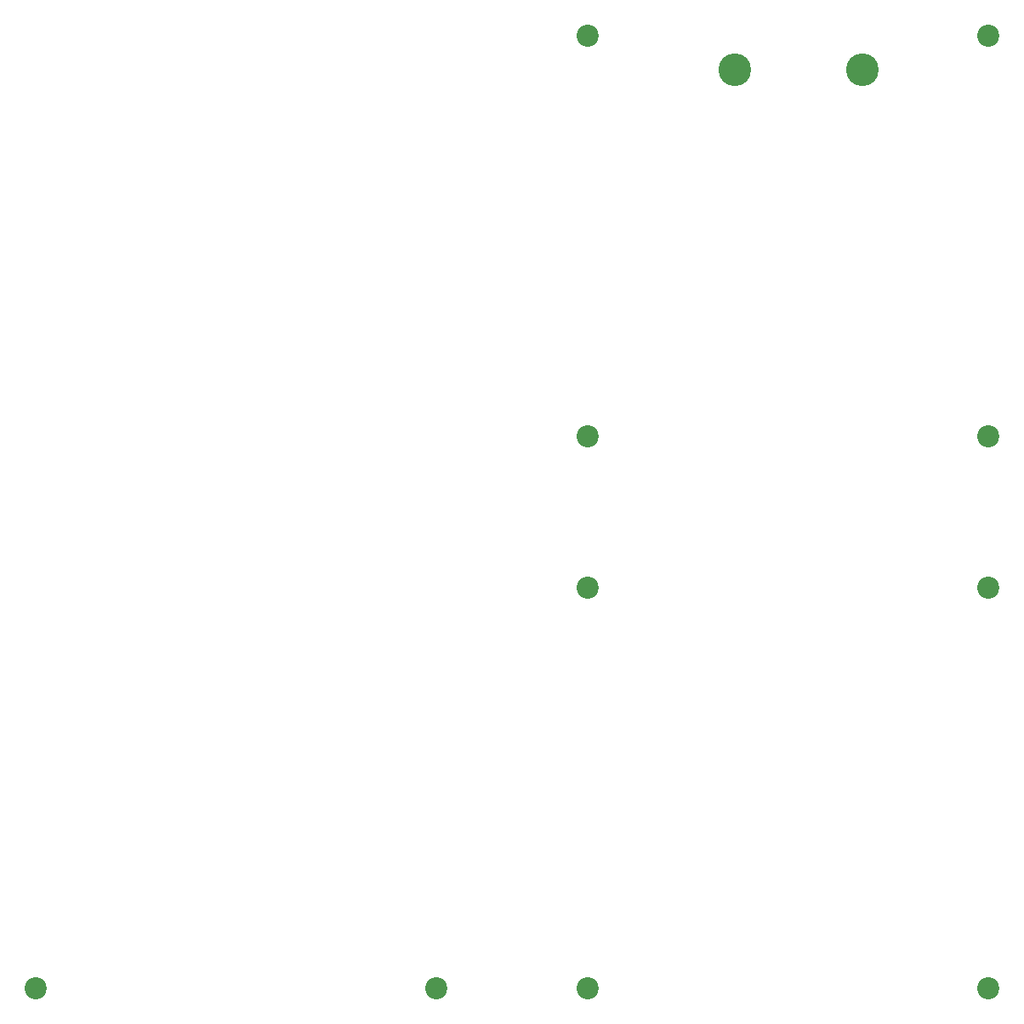
<source format=gbr>
%TF.GenerationSoftware,KiCad,Pcbnew,7.0.9*%
%TF.CreationDate,2023-11-13T19:30:40-05:00*%
%TF.ProjectId,SmartbikeALL,536d6172-7462-4696-9b65-414c4c2e6b69,rev?*%
%TF.SameCoordinates,Original*%
%TF.FileFunction,NonPlated,1,2,NPTH,Drill*%
%TF.FilePolarity,Positive*%
%FSLAX46Y46*%
G04 Gerber Fmt 4.6, Leading zero omitted, Abs format (unit mm)*
G04 Created by KiCad (PCBNEW 7.0.9) date 2023-11-13 19:30:40*
%MOMM*%
%LPD*%
G01*
G04 APERTURE LIST*
%TA.AperFunction,ComponentDrill*%
%ADD10C,2.200000*%
%TD*%
%TA.AperFunction,ComponentDrill*%
%ADD11C,3.250000*%
%TD*%
G04 APERTURE END LIST*
D10*
%TO.C,H1*%
X111530000Y-115380000D03*
%TO.C,H2*%
X151400000Y-115390000D03*
%TO.C,H1*%
X166530000Y-20520000D03*
%TO.C,H3*%
X166530000Y-60380000D03*
%TO.C,H1*%
X166531000Y-75515400D03*
%TO.C,H3*%
X166538000Y-115384000D03*
%TO.C,H2*%
X206400000Y-20510000D03*
%TO.C,H4*%
X206408000Y-115384000D03*
%TO.C,H2*%
X206409000Y-75515400D03*
%TO.C,H4*%
X206410000Y-60380000D03*
D11*
%TO.C,J2*%
X181162000Y-23910000D03*
X193862000Y-23910000D03*
M02*

</source>
